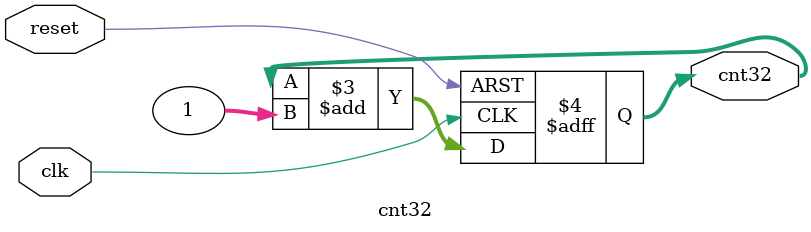
<source format=v>

module cnt32 (
    clk,
    reset,
    cnt32
);


// MODULE PORT Declarations and Data Types ===============================================

input clk;
input reset;
output [31:0] cnt32;
reg [31:0] cnt32;


// MODULE LOGIC ==========================================================================
always@ (posedge clk or negedge reset)
    if (!reset)
        cnt32 <= 0;
    else
        cnt32 <= cnt32 + 1;


endmodule

</source>
